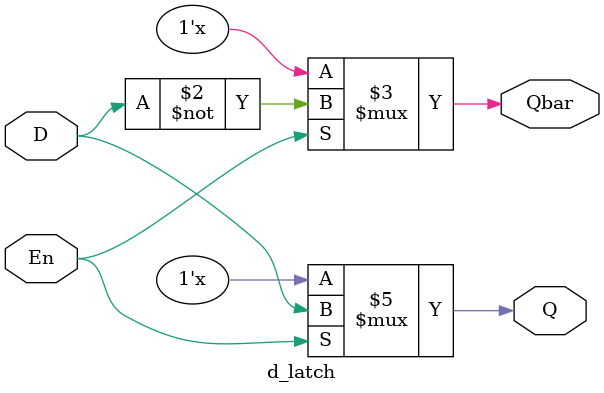
<source format=v>
module d_latch(
	input D, En,
	output reg Q, Qbar
	);
	always @(En) begin
		if (En) begin
			Q <= D;
			Qbar <= ~D;
		end
	end
endmodule
</source>
